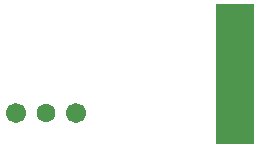
<source format=gbr>
G04 EAGLE Gerber RS-274X export*
G75*
%MOMM*%
%FSLAX34Y34*%
%LPD*%
%INSoldermask Bottom*%
%IPPOS*%
%AMOC8*
5,1,8,0,0,1.08239X$1,22.5*%
G01*
%ADD10R,3.302000X11.938000*%
%ADD11C,1.601600*%
%ADD12C,1.701600*%


D10*
X248920Y0D03*
D11*
X88900Y-33020D03*
D12*
X114300Y-33020D03*
X63500Y-33020D03*
M02*

</source>
